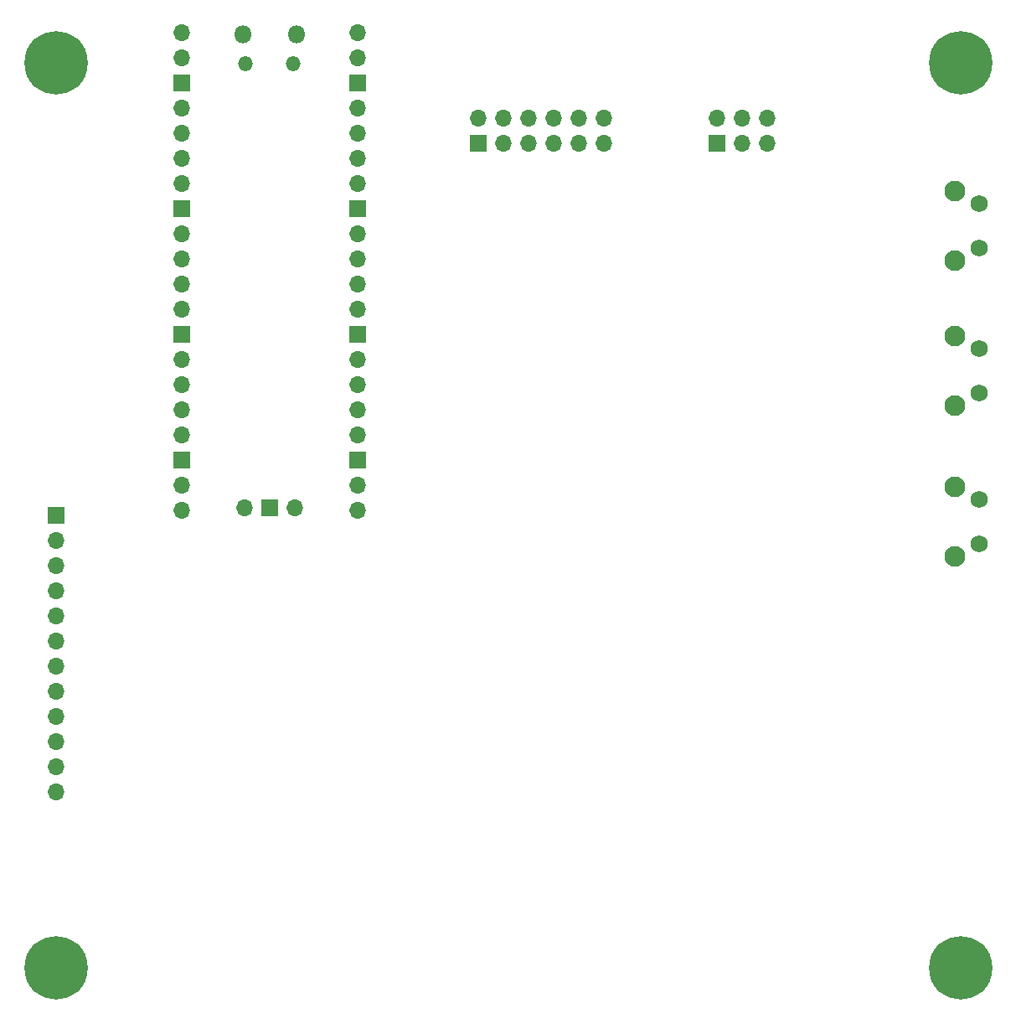
<source format=gbr>
%TF.GenerationSoftware,KiCad,Pcbnew,8.0.7-8.0.7-0~ubuntu22.04.1*%
%TF.CreationDate,2025-01-12T13:00:57-08:00*%
%TF.ProjectId,multichannelheaterdriver_mcu,6d756c74-6963-4686-916e-6e656c686561,rev?*%
%TF.SameCoordinates,Original*%
%TF.FileFunction,Soldermask,Bot*%
%TF.FilePolarity,Negative*%
%FSLAX46Y46*%
G04 Gerber Fmt 4.6, Leading zero omitted, Abs format (unit mm)*
G04 Created by KiCad (PCBNEW 8.0.7-8.0.7-0~ubuntu22.04.1) date 2025-01-12 13:00:57*
%MOMM*%
%LPD*%
G01*
G04 APERTURE LIST*
%ADD10C,2.100000*%
%ADD11C,1.750000*%
%ADD12R,1.700000X1.700000*%
%ADD13O,1.700000X1.700000*%
%ADD14C,6.400000*%
%ADD15O,1.800000X1.800000*%
%ADD16O,1.500000X1.500000*%
G04 APERTURE END LIST*
D10*
%TO.C,SW2*%
X95937500Y-32670000D03*
X95937500Y-39680000D03*
D11*
X98427500Y-33920000D03*
X98427500Y-38420000D03*
%TD*%
D12*
%TO.C,J1*%
X5080000Y-50800000D03*
D13*
X5080000Y-53340000D03*
X5080000Y-55880000D03*
X5080000Y-58420000D03*
X5080000Y-60960000D03*
X5080000Y-63500000D03*
X5080000Y-66040000D03*
X5080000Y-68580000D03*
X5080000Y-71120000D03*
X5080000Y-73660000D03*
X5080000Y-76200000D03*
X5080000Y-78740000D03*
%TD*%
D10*
%TO.C,SW3*%
X95937500Y-47910000D03*
X95937500Y-54920000D03*
D11*
X98427500Y-49160000D03*
X98427500Y-53660000D03*
%TD*%
D14*
%TO.C,H2*%
X5080000Y-96520000D03*
%TD*%
D10*
%TO.C,SW1*%
X95937500Y-18020000D03*
X95937500Y-25030000D03*
D11*
X98427500Y-19270000D03*
X98427500Y-23770000D03*
%TD*%
D12*
%TO.C,J3*%
X71882000Y-13208000D03*
D13*
X71882000Y-10668000D03*
X74422000Y-13208000D03*
X74422000Y-10668000D03*
X76962000Y-13208000D03*
X76962000Y-10668000D03*
%TD*%
D12*
%TO.C,J2*%
X47752000Y-13208000D03*
D13*
X47752000Y-10668000D03*
X50292000Y-13208000D03*
X50292000Y-10668000D03*
X52832000Y-13208000D03*
X52832000Y-10668000D03*
X55372000Y-13208000D03*
X55372000Y-10668000D03*
X57912000Y-13208000D03*
X57912000Y-10668000D03*
X60452000Y-13208000D03*
X60452000Y-10668000D03*
%TD*%
D15*
%TO.C,U1*%
X23945000Y-2162000D03*
D16*
X24245000Y-5192000D03*
X29095000Y-5192000D03*
D15*
X29395000Y-2162000D03*
D13*
X17780000Y-2032000D03*
X17780000Y-4572000D03*
D12*
X17780000Y-7112000D03*
D13*
X17780000Y-9652000D03*
X17780000Y-12192000D03*
X17780000Y-14732000D03*
X17780000Y-17272000D03*
D12*
X17780000Y-19812000D03*
D13*
X17780000Y-22352000D03*
X17780000Y-24892000D03*
X17780000Y-27432000D03*
X17780000Y-29972000D03*
D12*
X17780000Y-32512000D03*
D13*
X17780000Y-35052000D03*
X17780000Y-37592000D03*
X17780000Y-40132000D03*
X17780000Y-42672000D03*
D12*
X17780000Y-45212000D03*
D13*
X17780000Y-47752000D03*
X17780000Y-50292000D03*
X35560000Y-50292000D03*
X35560000Y-47752000D03*
D12*
X35560000Y-45212000D03*
D13*
X35560000Y-42672000D03*
X35560000Y-40132000D03*
X35560000Y-37592000D03*
X35560000Y-35052000D03*
D12*
X35560000Y-32512000D03*
D13*
X35560000Y-29972000D03*
X35560000Y-27432000D03*
X35560000Y-24892000D03*
X35560000Y-22352000D03*
D12*
X35560000Y-19812000D03*
D13*
X35560000Y-17272000D03*
X35560000Y-14732000D03*
X35560000Y-12192000D03*
X35560000Y-9652000D03*
D12*
X35560000Y-7112000D03*
D13*
X35560000Y-4572000D03*
X35560000Y-2032000D03*
X24130000Y-50062000D03*
D12*
X26670000Y-50062000D03*
D13*
X29210000Y-50062000D03*
%TD*%
D14*
%TO.C,H3*%
X96520000Y-5080000D03*
%TD*%
%TO.C,H1*%
X5080000Y-5080000D03*
%TD*%
%TO.C,H4*%
X96520000Y-96520000D03*
%TD*%
M02*

</source>
